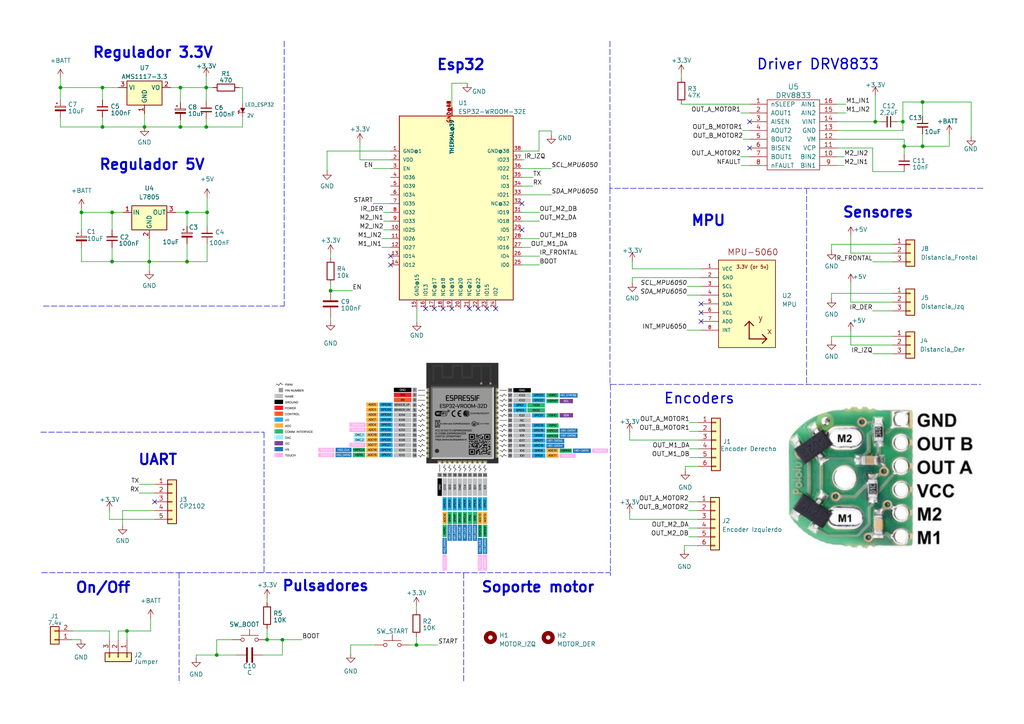
<source format=kicad_sch>
(kicad_sch (version 20230121) (generator eeschema)
  (paper "A4")
  (lib_symbols
    (symbol "+BATT_1" (power) (pin_names (offset 0))
      (property "Value" "+BATT_1" (at 0 3.556 0))
      (symbol "+BATT_1_0_1"
        (polyline (pts (xy -0.762 1.27) (xy 0 2.54)))
        (polyline (pts (xy 0 0) (xy 0 2.54)))
        (polyline (pts (xy 0 2.54) (xy 0.762 1.27)))
      )
      (symbol "+BATT_1_1_1"
        (pin power_in line (at 0 0 90) (length 0) hide (name "+BATT") (number "1"))
      )
    )
    (symbol "Connector_Generic:Conn_01x02" (pin_names (offset 1.016) hide)
      (property "Reference" "J" (at 0 2.54 0))
      (property "Value" "Conn_01x02" (at 0 -5.08 0))
      (symbol "Conn_01x02_1_1"
        (rectangle (start -1.27 -2.413) (end 0 -2.667) (stroke (width 0.1524)))
        (rectangle (start -1.27 0.127) (end 0 -0.127) (stroke (width 0.1524)))
        (rectangle (start -1.27 1.27) (end 1.27 -3.81) (stroke (width 0.254)) (fill (type background)))
        (pin passive line (at -5.08 0 0) (length 3.81) (name "Pin_1") (number "1"))
        (pin passive line (at -5.08 -2.54 0) (length 3.81) (name "Pin_2") (number "2"))
      )
    )
    (symbol "Connector_Generic:Conn_01x03" (pin_names (offset 1.016) hide)
      (property "Reference" "J" (at 0 5.08 0))
      (property "Value" "Conn_01x03" (at 0 -5.08 0))
      (symbol "Conn_01x03_1_1"
        (rectangle (start -1.27 -2.413) (end 0 -2.667) (stroke (width 0.1524)))
        (rectangle (start -1.27 0.127) (end 0 -0.127) (stroke (width 0.1524)))
        (rectangle (start -1.27 2.667) (end 0 2.413) (stroke (width 0.1524)))
        (rectangle (start -1.27 3.81) (end 1.27 -3.81) (stroke (width 0.254)) (fill (type background)))
        (pin passive line (at -5.08 2.54 0) (length 3.81) (name "Pin_1") (number "1"))
        (pin passive line (at -5.08 0 0) (length 3.81) (name "Pin_2") (number "2"))
        (pin passive line (at -5.08 -2.54 0) (length 3.81) (name "Pin_3") (number "3"))
      )
    )
    (symbol "Connector_Generic:Conn_01x05" (pin_names (offset 1.016) hide)
      (property "Reference" "J" (at 0 7.62 0))
      (property "Value" "Conn_01x05" (at 0 -7.62 0))
      (symbol "Conn_01x05_1_1"
        (rectangle (start -1.27 -4.953) (end 0 -5.207) (stroke (width 0.1524)))
        (rectangle (start -1.27 -2.413) (end 0 -2.667) (stroke (width 0.1524)))
        (rectangle (start -1.27 0.127) (end 0 -0.127) (stroke (width 0.1524)))
        (rectangle (start -1.27 2.667) (end 0 2.413) (stroke (width 0.1524)))
        (rectangle (start -1.27 5.207) (end 0 4.953) (stroke (width 0.1524)))
        (rectangle (start -1.27 6.35) (end 1.27 -6.35) (stroke (width 0.254)) (fill (type background)))
        (pin passive line (at -5.08 5.08 0) (length 3.81) (name "Pin_1") (number "1"))
        (pin passive line (at -5.08 2.54 0) (length 3.81) (name "Pin_2") (number "2"))
        (pin passive line (at -5.08 0 0) (length 3.81) (name "Pin_3") (number "3"))
        (pin passive line (at -5.08 -2.54 0) (length 3.81) (name "Pin_4") (number "4"))
        (pin passive line (at -5.08 -5.08 0) (length 3.81) (name "Pin_5") (number "5"))
      )
    )
    (symbol "Device:C" (pin_numbers hide) (pin_names (offset 0.254))
      (property "Reference" "C" (at 0.635 2.54 0))
      (property "Value" "C" (at 0.635 -2.54 0))
      (symbol "C_0_1"
        (polyline (pts (xy -2.032 -0.762) (xy 2.032 -0.762)) (stroke (width 0.508)))
        (polyline (pts (xy -2.032 0.762) (xy 2.032 0.762)) (stroke (width 0.508)))
      )
      (symbol "C_1_1"
        (pin passive line (at 0 3.81 270) (length 2.794) (name "~") (number "1"))
        (pin passive line (at 0 -3.81 90) (length 2.794) (name "~") (number "2"))
      )
    )
    (symbol "Device:C_Polarized_Small" (pin_numbers hide) (pin_names (offset 0.254) hide)
      (property "Reference" "C" (at 0.254 1.778 0))
      (property "Value" "C_Polarized_Small" (at 0.254 -2.032 0))
      (symbol "C_Polarized_Small_0_1"
        (rectangle (start -1.524 -0.3048) (end 1.524 -0.6858) (fill (type outline)))
        (rectangle (start -1.524 0.6858) (end 1.524 0.3048))
        (polyline (pts (xy -1.27 1.524) (xy -0.762 1.524)))
        (polyline (pts (xy -1.016 1.27) (xy -1.016 1.778)))
      )
      (symbol "C_Polarized_Small_1_1"
        (pin passive line (at 0 2.54 270) (length 1.8542) (name "~") (number "1"))
        (pin passive line (at 0 -2.54 90) (length 1.8542) (name "~") (number "2"))
      )
    )
    (symbol "Device:C_Small" (pin_numbers hide) (pin_names (offset 0.254) hide)
      (property "Reference" "C" (at 0.254 1.778 0))
      (property "Value" "C_Small" (at 0.254 -2.032 0))
      (symbol "C_Small_0_1"
        (polyline (pts (xy -1.524 -0.508) (xy 1.524 -0.508)) (stroke (width 0.3302)))
        (polyline (pts (xy -1.524 0.508) (xy 1.524 0.508)) (stroke (width 0.3048)))
      )
      (symbol "C_Small_1_1"
        (pin passive line (at 0 2.54 270) (length 2.032) (name "~") (number "1"))
        (pin passive line (at 0 -2.54 90) (length 2.032) (name "~") (number "2"))
      )
    )
    (symbol "Device:R" (pin_numbers hide) (pin_names (offset 0))
      (property "Reference" "R" (at 2.032 0 90))
      (property "Value" "R" (at 0 0 90))
      (symbol "R_0_1"
        (rectangle (start -1.016 -2.54) (end 1.016 2.54) (stroke (width 0.254)))
      )
      (symbol "R_1_1"
        (pin passive line (at 0 3.81 270) (length 1.27) (name "~") (number "1"))
        (pin passive line (at 0 -3.81 90) (length 1.27) (name "~") (number "2"))
      )
    )
    (symbol "EESTN5:Conn_01x06" (pin_names (offset 1.016) hide)
      (property "Reference" "J" (at 0 7.62 0))
      (property "Value" "Conn_01x06" (at 0 -10.16 0))
      (symbol "Conn_01x06_1_1"
        (rectangle (start -1.27 -7.493) (end 0 -7.747) (stroke (width 0.1524)))
        (rectangle (start -1.27 -4.953) (end 0 -5.207) (stroke (width 0.1524)))
        (rectangle (start -1.27 -2.413) (end 0 -2.667) (stroke (width 0.1524)))
        (rectangle (start -1.27 0.127) (end 0 -0.127) (stroke (width 0.1524)))
        (rectangle (start -1.27 2.667) (end 0 2.413) (stroke (width 0.1524)))
        (rectangle (start -1.27 5.207) (end 0 4.953) (stroke (width 0.1524)))
        (rectangle (start -1.27 6.35) (end 1.27 -8.89) (stroke (width 0.254)) (fill (type background)))
        (pin passive line (at -5.08 5.08 0) (length 3.81) (name "Pin_1") (number "1"))
        (pin passive line (at -5.08 2.54 0) (length 3.81) (name "Pin_2") (number "2"))
        (pin passive line (at -5.08 0 0) (length 3.81) (name "Pin_3") (number "3"))
        (pin passive line (at -5.08 -2.54 0) (length 3.81) (name "Pin_4") (number "4"))
        (pin passive line (at -5.08 -5.08 0) (length 3.81) (name "Pin_5") (number "5"))
        (pin passive line (at -5.08 -7.62 0) (length 3.81) (name "Pin_6") (number "6"))
      )
    )
    (symbol "EESTN5:DRV8833" (pin_names (offset 1.016))
      (property "Reference" "U" (at 0 11.43 0))
      (property "Value" "DRV8833" (at 0 -12.7 0))
      (symbol "DRV8833_0_1"
        (rectangle (start -7.62 10.16) (end 7.62 -10.16))
      )
      (symbol "DRV8833_1_1"
        (pin passive line (at -12.7 8.89 0) (length 5.08) (name "nSLEEP") (number "1"))
        (pin passive line (at 12.7 -6.35 180) (length 5.08) (name "BIN2") (number "10"))
        (pin passive line (at 12.7 -3.81 180) (length 5.08) (name "VCP") (number "11"))
        (pin passive line (at 12.7 -1.27 180) (length 5.08) (name "VM") (number "12"))
        (pin passive line (at 12.7 1.27 180) (length 5.08) (name "GND") (number "13"))
        (pin passive line (at 12.7 3.81 180) (length 5.08) (name "VINT") (number "14"))
        (pin passive line (at 12.7 6.35 180) (length 5.08) (name "AIN2") (number "15"))
        (pin passive line (at 12.7 8.89 180) (length 5.08) (name "AIN1") (number "16"))
        (pin passive line (at -12.7 6.35 0) (length 5.08) (name "AOUT1") (number "2"))
        (pin passive line (at -12.7 3.81 0) (length 5.08) (name "AISEN") (number "3"))
        (pin passive line (at -12.7 1.27 0) (length 5.08) (name "AOUT2") (number "4"))
        (pin passive line (at -12.7 -1.27 0) (length 5.08) (name "BOUT2") (number "5"))
        (pin passive line (at -12.7 -3.81 0) (length 5.08) (name "BISEN") (number "6"))
        (pin passive line (at -12.7 -6.35 0) (length 5.08) (name "BOUT1") (number "7"))
        (pin passive line (at -12.7 -8.89 0) (length 5.08) (name "nFAULT") (number "8"))
        (pin passive line (at 12.7 -8.89 180) (length 5.08) (name "BIN1") (number "9"))
      )
    )
    (symbol "EESTN5:LED" (pin_numbers hide) (pin_names (offset 1.016) hide)
      (property "Reference" "LED" (at 0 2.54 0))
      (property "Value" "LED" (at 0 -2.54 0))
      (symbol "LED_0_1"
        (polyline (pts (xy 0.508 -0.762) (xy 1.016 -1.27) (xy 1.016 -1.27)))
        (polyline (pts (xy 1.016 -0.762) (xy 1.524 -1.27) (xy 1.524 -1.27)))
        (polyline (pts (xy 1.27 -0.635) (xy 1.27 0.635) (xy 1.27 0.635)))
        (polyline (pts (xy 1.27 0) (xy 0 0.635) (xy 0 -0.635) (xy 0 -0.635)) (fill (type outline)))
        (polyline (pts (xy 1.524 -1.27) (xy 1.27 -1.27) (xy 1.524 -1.016) (xy 1.524 -1.27) (xy 1.524 -1.27)) (fill (type outline)))
        (polyline (pts (xy 1.016 -1.27) (xy 0.762 -1.27) (xy 1.016 -1.016) (xy 1.016 -1.27) (xy 1.016 -1.27) (xy 1.016 -1.27)) (fill (type outline)))
      )
      (symbol "LED_1_1"
        (pin passive line (at -1.27 0 0) (length 1.27) (name "A") (number "1"))
        (pin passive line (at 2.54 0 180) (length 1.27) (name "K") (number "2"))
      )
    )
    (symbol "EESTN5:SW_Push" (pin_numbers hide) (pin_names (offset 1.016) hide)
      (property "Reference" "SW" (at 1.27 2.54 0))
      (symbol "SW_Push_0_1"
        (circle (center -2.032 0) (radius 0.508))
        (polyline (pts (xy 0 1.27) (xy 0 3.048)))
        (polyline (pts (xy 2.54 1.27) (xy -2.54 1.27)))
        (circle (center 2.032 0) (radius 0.508))
        (pin passive line (at -5.08 0 0) (length 2.54) (name "1") (number "1"))
        (pin passive line (at 5.08 0 180) (length 2.54) (name "2") (number "2"))
      )
    )
    (symbol "ESP32-WROOM-32E:ESP32-WROOM-32E" (pin_names (offset 1.016))
      (property "Reference" "U" (at -17.78 30.48 0))
      (property "Value" "ESP32-WROOM-32E" (at -17.78 -38.1 0))
      (symbol "ESP32-WROOM-32E_0_0"
        (rectangle (start -15.24 -30.48) (end 17.78 22.86) (stroke (width 0.254)) (fill (type background)))
        (pin bidirectional line (at -17.78 12.7 0) (length 2.54) (name "GND@1") (number "1"))
        (pin bidirectional line (at -17.78 -10.16 0) (length 2.54) (name "IO25") (number "10"))
        (pin bidirectional line (at -17.78 -12.7 0) (length 2.54) (name "IO26") (number "11"))
        (pin bidirectional line (at -17.78 -15.24 0) (length 2.54) (name "IO27") (number "12"))
        (pin bidirectional line (at -17.78 -17.78 0) (length 2.54) (name "IO14") (number "13"))
        (pin bidirectional line (at -17.78 -20.32 0) (length 2.54) (name "IO12") (number "14"))
        (pin bidirectional line (at -10.16 -33.02 90) (length 2.54) (name "GND@15") (number "15"))
        (pin bidirectional line (at -7.62 -33.02 90) (length 2.54) (name "IO13") (number "16"))
        (pin bidirectional line (at -5.08 -33.02 90) (length 2.54) (name "NC@17") (number "17"))
        (pin bidirectional line (at -2.54 -33.02 90) (length 2.54) (name "NC@18") (number "18"))
        (pin bidirectional line (at 0 -33.02 90) (length 2.54) (name "NC@19") (number "19"))
        (pin bidirectional line (at -17.78 10.16 0) (length 2.54) (name "VDD") (number "2"))
        (pin bidirectional line (at 2.54 -33.02 90) (length 2.54) (name "NC@20") (number "20"))
        (pin bidirectional line (at 5.08 -33.02 90) (length 2.54) (name "NC@21") (number "21"))
        (pin bidirectional line (at 7.62 -33.02 90) (length 2.54) (name "NC@22") (number "22"))
        (pin bidirectional line (at 10.16 -33.02 90) (length 2.54) (name "IO15") (number "23"))
        (pin bidirectional line (at 12.7 -33.02 90) (length 2.54) (name "IO2") (number "24"))
        (pin bidirectional line (at 20.32 -20.32 180) (length 2.54) (name "IO0") (number "25"))
        (pin bidirectional line (at 20.32 -17.78 180) (length 2.54) (name "IO4") (number "26"))
        (pin bidirectional line (at 20.32 -15.24 180) (length 2.54) (name "IO16") (number "27"))
        (pin bidirectional line (at 20.32 -12.7 180) (length 2.54) (name "IO17") (number "28"))
        (pin bidirectional line (at 20.32 -10.16 180) (length 2.54) (name "IO5") (number "29"))
        (pin bidirectional line (at -17.78 7.62 0) (length 2.54) (name "EN") (number "3"))
        (pin bidirectional line (at 20.32 -7.62 180) (length 2.54) (name "IO18") (number "30"))
        (pin bidirectional line (at 20.32 -5.08 180) (length 2.54) (name "IO19") (number "31"))
        (pin bidirectional line (at 20.32 -2.54 180) (length 2.54) (name "NC@32") (number "32"))
        (pin bidirectional line (at 20.32 0 180) (length 2.54) (name "IO21") (number "33"))
        (pin bidirectional line (at 20.32 2.54 180) (length 2.54) (name "IO3") (number "34"))
        (pin bidirectional line (at 20.32 5.08 180) (length 2.54) (name "IO1") (number "35"))
        (pin bidirectional line (at 20.32 7.62 180) (length 2.54) (name "IO22") (number "36"))
        (pin bidirectional line (at 20.32 10.16 180) (length 2.54) (name "IO23") (number "37"))
        (pin bidirectional line (at 20.32 12.7 180) (length 2.54) (name "GND@38") (number "38"))
        (pin bidirectional line (at -17.78 5.08 0) (length 2.54) (name "IO36") (number "4"))
        (pin bidirectional line (at -17.78 2.54 0) (length 2.54) (name "IO39") (number "5"))
        (pin bidirectional line (at -17.78 0 0) (length 2.54) (name "IO34") (number "6"))
        (pin bidirectional line (at -17.78 -2.54 0) (length 2.54) (name "IO35") (number "7"))
        (pin bidirectional line (at -17.78 -5.08 0) (length 2.54) (name "IO32") (number "8"))
        (pin bidirectional line (at -17.78 -7.62 0) (length 2.54) (name "IO33") (number "9"))
        (pin bidirectional line (at 0 25.4 270) (length 2.54) (name "THERMAL@39") (number "GND@39"))
        (pin bidirectional line (at 0 25.4 270) (length 2.54) (name "THERMAL@39") (number "GND@40"))
        (pin bidirectional line (at 0 25.4 270) (length 2.54) (name "THERMAL@39") (number "GND@41"))
        (pin bidirectional line (at 0 25.4 270) (length 2.54) (name "THERMAL@39") (number "GND@42"))
        (pin bidirectional line (at 0 25.4 270) (length 2.54) (name "THERMAL@39") (number "GND@43"))
        (pin bidirectional line (at 0 25.4 270) (length 2.54) (name "THERMAL@39") (number "GND@44"))
        (pin bidirectional line (at 0 25.4 270) (length 2.54) (name "THERMAL@39") (number "GND@45"))
        (pin bidirectional line (at 0 25.4 270) (length 2.54) (name "THERMAL@39") (number "GND@46"))
        (pin bidirectional line (at 0 25.4 270) (length 2.54) (name "THERMAL@39") (number "GND@47"))
      )
    )
    (symbol "GND_1" (power) (pin_names (offset 0))
      (property "Value" "GND_1" (at 0 -3.81 0))
      (symbol "GND_1_0_1"
        (polyline (pts (xy 0 0) (xy 0 -1.27) (xy 1.27 -1.27) (xy 0 -2.54) (xy -1.27 -1.27) (xy 0 -1.27)))
      )
      (symbol "GND_1_1_1"
        (pin power_in line (at 0 0 270) (length 0) hide (name "GND") (number "1"))
      )
    )
    (symbol "GND_2" (power) (pin_names (offset 0))
      (property "Value" "GND_2" (at 0 -3.81 0))
      (symbol "GND_2_0_1"
        (polyline (pts (xy 0 0) (xy 0 -1.27) (xy 1.27 -1.27) (xy 0 -2.54) (xy -1.27 -1.27) (xy 0 -1.27)))
      )
      (symbol "GND_2_1_1"
        (pin power_in line (at 0 0 270) (length 0) hide (name "GND") (number "1"))
      )
    )
    (symbol "GND_3" (power) (pin_names (offset 0))
      (property "Value" "GND_3" (at 0 -3.81 0))
      (symbol "GND_3_0_1"
        (polyline (pts (xy 0 0) (xy 0 -1.27) (xy 1.27 -1.27) (xy 0 -2.54) (xy -1.27 -1.27) (xy 0 -1.27)))
      )
      (symbol "GND_3_1_1"
        (pin power_in line (at 0 0 270) (length 0) hide (name "GND") (number "1"))
      )
    )
    (symbol "GND_4" (power) (pin_names (offset 0))
      (property "Value" "GND_4" (at 0 -3.81 0))
      (symbol "GND_4_0_1"
        (polyline (pts (xy 0 0) (xy 0 -1.27) (xy 1.27 -1.27) (xy 0 -2.54) (xy -1.27 -1.27) (xy 0 -1.27)))
      )
      (symbol "GND_4_1_1"
        (pin power_in line (at 0 0 270) (length 0) hide (name "GND") (number "1"))
      )
    )
    (symbol "GND_5" (power) (pin_names (offset 0))
      (property "Value" "GND_5" (at 0 -3.81 0))
      (symbol "GND_5_0_1"
        (polyline (pts (xy 0 0) (xy 0 -1.27) (xy 1.27 -1.27) (xy 0 -2.54) (xy -1.27 -1.27) (xy 0 -1.27)))
      )
      (symbol "GND_5_1_1"
        (pin power_in line (at 0 0 270) (length 0) hide (name "GND") (number "1"))
      )
    )
    (symbol "GND_6" (power) (pin_names (offset 0))
      (property "Value" "GND_6" (at 0 -3.81 0))
      (symbol "GND_6_0_1"
        (polyline (pts (xy 0 0) (xy 0 -1.27) (xy 1.27 -1.27) (xy 0 -2.54) (xy -1.27 -1.27) (xy 0 -1.27)))
      )
      (symbol "GND_6_1_1"
        (pin power_in line (at 0 0 270) (length 0) hide (name "GND") (number "1"))
      )
    )
    (symbol "GND_7" (power) (pin_names (offset 0))
      (property "Value" "GND_7" (at 0 -3.81 0))
      (symbol "GND_7_0_1"
        (polyline (pts (xy 0 0) (xy 0 -1.27) (xy 1.27 -1.27) (xy 0 -2.54) (xy -1.27 -1.27) (xy 0 -1.27)))
      )
      (symbol "GND_7_1_1"
        (pin power_in line (at 0 0 270) (length 0) hide (name "GND") (number "1"))
      )
    )
    (symbol "GND_8" (power) (pin_names (offset 0))
      (property "Value" "GND_8" (at 0 -3.81 0))
      (symbol "GND_8_0_1"
        (polyline (pts (xy 0 0) (xy 0 -1.27) (xy 1.27 -1.27) (xy 0 -2.54) (xy -1.27 -1.27) (xy 0 -1.27)))
      )
      (symbol "GND_8_1_1"
        (pin power_in line (at 0 0 270) (length 0) hide (name "GND") (number "1"))
      )
    )
    (symbol "GND_9" (power) (pin_names (offset 0))
      (property "Value" "GND_9" (at 0 -3.81 0))
      (symbol "GND_9_0_1"
        (polyline (pts (xy 0 0) (xy 0 -1.27) (xy 1.27 -1.27) (xy 0 -2.54) (xy -1.27 -1.27) (xy 0 -1.27)))
      )
      (symbol "GND_9_1_1"
        (pin power_in line (at 0 0 270) (length 0) hide (name "GND") (number "1"))
      )
    )
    (symbol "Librerias:MPU-5060" (pin_names (offset 1.016))
      (property "Reference" "U1" (at 9.525 1.905 0))
      (property "Value" "GY-521" (at 9.525 0 0))
      (symbol "MPU-5060_0_0"
        (polyline (pts (xy 0.635 -11.43) (xy 0.635 -6.35)) (stroke (width 0.3048)))
        (polyline (pts (xy 0.635 -11.43) (xy 5.715 -11.43)) (stroke (width 0.3048)))
        (polyline (pts (xy 0.635 -6.35) (xy -0.635 -7.62)) (stroke (width 0.3048)))
        (polyline (pts (xy 0.635 -6.35) (xy 1.905 -7.62)) (stroke (width 0.3048)))
        (polyline (pts (xy 5.715 -11.43) (xy 4.445 -12.7)) (stroke (width 0.3048)))
        (polyline (pts (xy 5.715 -11.43) (xy 4.445 -10.16)) (stroke (width 0.3048)))
        (text "x" (at 5.715 -10.16 0) (effects (font (size 1.778 1.778)) (justify left bottom)))
        (text "y" (at 3.175 -6.35 0) (effects (font (size 1.778 1.778)) (justify left bottom)))
      )
      (symbol "MPU-5060_1_0"
        (rectangle (start -8.255 11.43) (end 8.255 -13.97) (stroke (width 0.2)) (fill (type background)))
        (text "3.3V (or 5v)" (at -3.175 8.89 0) (effects (font (size 1 1)) (justify left bottom)))
        (text "MPU-5060\n" (at -5.715 12.7 0) (effects (font (size 1.778 1.778)) (justify left bottom)))
        (pin bidirectional line (at -13.335 8.89 0) (length 5.08) (name "VCC") (number "1"))
        (pin bidirectional line (at -13.335 6.35 0) (length 5.08) (name "GND") (number "2"))
        (pin bidirectional line (at -13.335 3.81 0) (length 5.08) (name "SCL") (number "3"))
        (pin bidirectional line (at -13.335 1.27 0) (length 5.08) (name "SDA") (number "4"))
        (pin bidirectional line (at -13.335 -1.27 0) (length 5.08) (name "XDA") (number "5"))
        (pin bidirectional line (at -13.335 -3.81 0) (length 5.08) (name "XCL") (number "6"))
        (pin bidirectional line (at -13.335 -6.35 0) (length 5.08) (name "ADO") (number "7"))
        (pin bidirectional line (at -13.335 -8.89 0) (length 5.08) (name "INT") (number "8"))
      )
    )
    (symbol "Mechanical:MountingHole" (pin_names (offset 1.016))
      (property "Reference" "H" (at 0 5.08 0))
      (property "Value" "MountingHole" (at 0 3.175 0))
      (symbol "MountingHole_0_1"
        (circle (center 0 0) (radius 1.27) (stroke (width 1.27)))
      )
    )
    (symbol "Regulator_Linear:AMS1117-3.3"
      (property "Reference" "U" (at -3.81 3.175 0))
      (property "Value" "AMS1117-3.3" (at 0 3.175 0))
      (symbol "AMS1117-3.3_0_1"
        (rectangle (start -5.08 -5.08) (end 5.08 1.905) (stroke (width 0.254)) (fill (type background)))
      )
      (symbol "AMS1117-3.3_1_1"
        (pin power_in line (at 0 -7.62 90) (length 2.54) (name "GND") (number "1"))
        (pin power_out line (at 7.62 0 180) (length 2.54) (name "VO") (number "2"))
        (pin power_in line (at -7.62 0 0) (length 2.54) (name "VI") (number "3"))
      )
    )
    (symbol "Regulator_Linear:L7805" (pin_names (offset 0.254))
      (property "Reference" "U" (at -3.81 3.175 0))
      (property "Value" "L7805" (at 0 3.175 0))
      (symbol "L7805_0_1"
        (rectangle (start -5.08 1.905) (end 5.08 -5.08) (stroke (width 0.254)) (fill (type background)))
      )
      (symbol "L7805_1_1"
        (pin power_in line (at -7.62 0 0) (length 2.54) (name "IN") (number "1"))
        (pin power_in line (at 0 -7.62 90) (length 2.54) (name "GND") (number "2"))
        (pin power_out line (at 7.62 0 180) (length 2.54) (name "OUT") (number "3"))
      )
    )
    (symbol "power:+3.3V" (power) (pin_names (offset 0))
      (property "Value" "+3.3V" (at 0 3.556 0))
      (symbol "+3.3V_0_1"
        (polyline (pts (xy -0.762 1.27) (xy 0 2.54)))
        (polyline (pts (xy 0 0) (xy 0 2.54)))
        (polyline (pts (xy 0 2.54) (xy 0.762 1.27)))
      )
      (symbol "+3.3V_1_1"
        (pin power_in line (at 0 0 90) (length 0) hide (name "+3.3V") (number "1"))
      )
    )
    (symbol "power:+5V" (power) (pin_names (offset 0))
      (property "Value" "+5V" (at 0 3.556 0))
      (symbol "+5V_0_1"
        (polyline (pts (xy -0.762 1.27) (xy 0 2.54)))
        (polyline (pts (xy 0 0) (xy 0 2.54)))
        (polyline (pts (xy 0 2.54) (xy 0.762 1.27)))
      )
      (symbol "+5V_1_1"
        (pin power_in line (at 0 0 90) (length 0) hide (name "+5V") (number "1"))
      )
    )
    (symbol "power:+BATT" (power) (pin_names (offset 0))
      (property "Value" "+BATT" (at 0 3.556 0))
      (symbol "+BATT_0_1"
        (polyline (pts (xy -0.762 1.27) (xy 0 2.54)))
        (polyline (pts (xy 0 0) (xy 0 2.54)))
        (polyline (pts (xy 0 2.54) (xy 0.762 1.27)))
      )
      (symbol "+BATT_1_1"
        (pin power_in line (at 0 0 90) (length 0) hide (name "+BATT") (number "1"))
      )
    )
    (symbol "power:GND" (power) (pin_names (offset 0))
      (property "Value" "GND" (at 0 -3.81 0))
      (symbol "GND_0_1"
        (polyline (pts (xy 0 0) (xy 0 -1.27) (xy 1.27 -1.27) (xy 0 -2.54) (xy -1.27 -1.27) (xy 0 -1.27)))
      )
      (symbol "GND_1_1"
        (pin power_in line (at 0 0 270) (length 0) hide (name "GND") (number "1"))
      )
    )
  )
  (junction (at 54.2544 75.8952))
  (junction (at 29.718 25.4))
  (junction (at 62.865 189.992))
  (junction (at 32.512 75.8698))
  (junction (at 60.071 61.595))
  (junction (at 267.589 29.591))
  (junction (at 32.512 61.595))
  (junction (at 59.817 36.83))
  (junction (at 52.324 25.4))
  (junction (at 59.817 25.4))
  (junction (at 54.2544 61.595))
  (junction (at 81.915 185.547))
  (junction (at 36.83 183.007))
  (junction (at 52.324 36.83))
  (junction (at 43.307 75.8952))
  (junction (at 267.589 42.418))
  (junction (at 262.255 42.418))
  (junction (at 29.718 36.83))
  (junction (at 95.885 84.328))
  (junction (at 41.91 36.83))
  (junction (at 17.526 25.4))
  (junction (at 253.873 35.306))
  (junction (at 120.777 187.071))
  (junction (at 77.47 185.547))
  (junction (at 23.622 61.595))
  (junction (at 261.874 35.306))
  (no_connect (at 151.384 66.675))
  (no_connect (at 136.144 89.535))
  (no_connect (at 143.764 89.535))
  (no_connect (at 113.284 74.295))
  (no_connect (at 113.284 76.835))
  (no_connect (at 203.327 90.678))
  (no_connect (at 203.327 88.138))
  (no_connect (at 131.064 89.535))
  (no_connect (at 44.831 145.542))
  (no_connect (at 123.444 89.535))
  (no_connect (at 138.684 89.535))
  (no_connect (at 141.224 89.535))
  (no_connect (at 203.327 93.218))
  (no_connect (at 128.524 89.535))
  (no_connect (at 151.384 59.055))
  (no_connect (at 217.424 35.306))
  (no_connect (at 125.984 89.535))
  (no_connect (at 217.424 42.926))
  (wire (pts (xy 200.025 130.175) (xy 202.565 130.175)))
  (wire (pts (xy 43.307 78.4098) (xy 43.307 75.8952)))
  (wire (pts (xy 159.893 48.895) (xy 151.384 48.895)))
  (wire (pts (xy 199.263 85.598) (xy 203.327 85.598)))
  (wire (pts (xy 60.071 70.739) (xy 60.071 75.8952)))
  (wire (pts (xy 17.526 25.4) (xy 17.526 28.956)))
  (wire (pts (xy 59.817 22.352) (xy 59.817 25.4)))
  (wire (pts (xy 17.526 25.4) (xy 29.718 25.4)))
  (wire (pts (xy 154.559 51.435) (xy 151.384 51.435)))
  (wire (pts (xy 54.2544 75.8952) (xy 60.071 75.8952)))
  (wire (pts (xy 253.111 90.17) (xy 258.953 90.17)))
  (wire (pts (xy 253.111 102.616) (xy 258.953 102.616)))
  (wire (pts (xy 182.626 150.622) (xy 202.311 150.622)))
  (wire (pts (xy 151.384 56.515) (xy 159.893 56.515)))
  (wire (pts (xy 32.512 71.755) (xy 32.512 75.8698)))
  (wire (pts (xy 104.394 46.355) (xy 113.284 46.355)))
  (wire (pts (xy 95.885 84.328) (xy 102.235 84.328)))
  (wire (pts (xy 241.173 70.866) (xy 241.173 72.644)))
  (wire (pts (xy 113.284 59.055) (xy 108.204 59.055)))
  (wire (pts (xy 182.626 148.844) (xy 182.626 150.622)))
  (wire (pts (xy 32.512 75.8698) (xy 32.512 75.8952)))
  (wire (pts (xy 199.771 148.082) (xy 202.311 148.082)))
  (wire (pts (xy 32.512 61.595) (xy 32.512 66.675)))
  (wire (pts (xy 59.817 25.4) (xy 61.722 25.4)))
  (wire (pts (xy 242.824 42.926) (xy 253.111 42.926)))
  (wire (pts (xy 242.824 35.306) (xy 253.873 35.306)))
  (polyline (pts (xy 233.934 54.61) (xy 233.934 111.506)) (stroke (width 0) (type dash)))
  (wire (pts (xy 31.75 148.082) (xy 31.75 150.622)))
  (wire (pts (xy 113.284 71.755) (xy 110.744 71.755)))
  (polyline (pts (xy 229.108 111.506) (xy 284.48 111.506)) (stroke (width 0) (type dash)))
  (polyline (pts (xy 134.493 166.116) (xy 177.038 166.116)) (stroke (width 0) (type dash)))
  (wire (pts (xy 120.777 175.768) (xy 120.777 177.038)))
  (wire (pts (xy 267.589 42.418) (xy 262.255 42.418)))
  (wire (pts (xy 183.388 80.518) (xy 183.388 82.042)))
  (wire (pts (xy 253.873 27.813) (xy 253.873 35.306)))
  (wire (pts (xy 246.761 100.076) (xy 258.953 100.076)))
  (wire (pts (xy 131.064 24.13) (xy 135.509 24.13)))
  (wire (pts (xy 151.384 74.295) (xy 156.464 74.295)))
  (wire (pts (xy 111.252 61.595) (xy 113.284 61.595)))
  (wire (pts (xy 198.501 158.242) (xy 202.311 158.242)))
  (wire (pts (xy 198.755 136.525) (xy 198.755 135.255)))
  (wire (pts (xy 31.75 150.622) (xy 44.831 150.622)))
  (wire (pts (xy 111.252 66.675) (xy 113.284 66.675)))
  (wire (pts (xy 156.337 37.973) (xy 159.893 37.973)))
  (wire (pts (xy 43.307 69.215) (xy 43.307 75.8952)))
  (wire (pts (xy 43.307 75.8952) (xy 54.2544 75.8952)))
  (wire (pts (xy 182.626 127.635) (xy 202.565 127.635)))
  (wire (pts (xy 60.071 57.3024) (xy 60.071 61.595)))
  (polyline (pts (xy 233.934 111.506) (xy 234.061 111.506)))
  (wire (pts (xy 182.626 125.476) (xy 182.626 127.635)))
  (wire (pts (xy 203.327 77.978) (xy 183.388 77.978)))
  (wire (pts (xy 154.559 53.975) (xy 151.384 53.975)))
  (wire (pts (xy 59.817 34.417) (xy 59.817 36.83)))
  (wire (pts (xy 261.874 35.306) (xy 260.35 35.306)))
  (wire (pts (xy 113.284 69.215) (xy 110.744 69.215)))
  (wire (pts (xy 52.324 34.798) (xy 52.324 36.83)))
  (wire (pts (xy 62.865 185.547) (xy 62.865 189.992)))
  (wire (pts (xy 281.686 29.591) (xy 281.686 39.624)))
  (polyline (pts (xy 176.911 54.61) (xy 176.911 111.506)) (stroke (width 0) (type dash)))
  (wire (pts (xy 262.255 40.386) (xy 262.255 42.418)))
  (wire (pts (xy 183.388 80.518) (xy 203.327 80.518)))
  (wire (pts (xy 76.2 189.992) (xy 81.915 189.992)))
  (wire (pts (xy 200.025 132.715) (xy 202.565 132.715)))
  (wire (pts (xy 23.622 71.755) (xy 23.622 75.8698)))
  (wire (pts (xy 215.392 37.846) (xy 217.424 37.846)))
  (wire (pts (xy 253.111 75.946) (xy 258.953 75.946)))
  (wire (pts (xy 242.824 40.386) (xy 262.255 40.386)))
  (wire (pts (xy 52.324 25.4) (xy 59.817 25.4)))
  (wire (pts (xy 242.824 30.226) (xy 245.364 30.226)))
  (wire (pts (xy 246.761 87.63) (xy 258.953 87.63)))
  (wire (pts (xy 81.915 189.992) (xy 81.915 185.547)))
  (wire (pts (xy 183.388 75.819) (xy 183.388 77.978)))
  (wire (pts (xy 242.824 32.766) (xy 245.364 32.766)))
  (wire (pts (xy 199.771 145.542) (xy 202.311 145.542)))
  (wire (pts (xy 35.56 148.082) (xy 35.56 152.4)))
  (wire (pts (xy 153.924 71.755) (xy 151.384 71.755)))
  (wire (pts (xy 242.824 37.846) (xy 261.874 37.846)))
  (polyline (pts (xy 134.493 166.116) (xy 134.493 197.866)) (stroke (width 0) (type dash)))
  (wire (pts (xy 111.252 64.135) (xy 113.284 64.135)))
  (wire (pts (xy 267.589 38.862) (xy 267.589 42.418)))
  (wire (pts (xy 151.384 43.815) (xy 156.337 43.815)))
  (wire (pts (xy 29.718 25.4) (xy 29.718 28.956)))
  (wire (pts (xy 131.064 31.115) (xy 131.064 24.13)))
  (wire (pts (xy 29.718 36.83) (xy 41.91 36.83)))
  (wire (pts (xy 275.336 42.418) (xy 267.589 42.418)))
  (wire (pts (xy 35.56 148.082) (xy 44.831 148.082)))
  (polyline (pts (xy 229.108 111.506) (xy 177.038 111.506)) (stroke (width 0) (type dash)))
  (wire (pts (xy 197.612 21.336) (xy 197.612 22.606)))
  (wire (pts (xy 215.519 40.386) (xy 217.424 40.386)))
  (wire (pts (xy 159.893 37.973) (xy 159.893 39.116)))
  (wire (pts (xy 151.384 64.135) (xy 156.464 64.135)))
  (wire (pts (xy 59.817 36.83) (xy 52.324 36.83)))
  (wire (pts (xy 70.358 33.909) (xy 70.358 36.83)))
  (wire (pts (xy 17.526 36.83) (xy 29.718 36.83)))
  (wire (pts (xy 258.953 73.406) (xy 246.761 73.406)))
  (wire (pts (xy 36.83 183.007) (xy 36.83 185.547)))
  (wire (pts (xy 81.915 185.547) (xy 87.63 185.547)))
  (wire (pts (xy 198.755 135.255) (xy 202.565 135.255)))
  (wire (pts (xy 56.896 189.992) (xy 56.896 190.881)))
  (wire (pts (xy 241.173 97.536) (xy 241.173 98.806)))
  (wire (pts (xy 101.727 187.071) (xy 101.727 189.611)))
  (wire (pts (xy 23.622 61.595) (xy 32.512 61.595)))
  (wire (pts (xy 50.927 61.595) (xy 54.2544 61.595)))
  (wire (pts (xy 151.384 46.355) (xy 152.019 46.355)))
  (wire (pts (xy 214.884 48.006) (xy 217.424 48.006)))
  (wire (pts (xy 29.718 25.4) (xy 34.29 25.4)))
  (wire (pts (xy 77.47 182.372) (xy 77.47 185.547)))
  (wire (pts (xy 258.953 70.866) (xy 241.173 70.866)))
  (wire (pts (xy 156.337 37.973) (xy 156.337 43.815)))
  (wire (pts (xy 32.512 61.595) (xy 35.687 61.595)))
  (wire (pts (xy 200.025 122.555) (xy 202.565 122.555)))
  (wire (pts (xy 59.817 25.4) (xy 59.817 29.337)))
  (wire (pts (xy 49.53 25.4) (xy 52.324 25.4)))
  (wire (pts (xy 104.394 41.275) (xy 104.394 46.355)))
  (wire (pts (xy 199.263 95.758) (xy 203.327 95.758)))
  (wire (pts (xy 95.885 82.423) (xy 95.885 84.328)))
  (wire (pts (xy 23.622 60.325) (xy 23.622 61.595)))
  (wire (pts (xy 200.025 125.095) (xy 202.565 125.095)))
  (wire (pts (xy 262.255 42.418) (xy 262.255 44.704)))
  (wire (pts (xy 267.589 29.591) (xy 267.589 33.782)))
  (wire (pts (xy 199.263 83.058) (xy 203.327 83.058)))
  (wire (pts (xy 34.29 183.007) (xy 36.83 183.007)))
  (wire (pts (xy 60.071 61.595) (xy 60.071 65.659)))
  (wire (pts (xy 244.856 45.466) (xy 242.824 45.466)))
  (polyline (pts (xy 177.038 167.005) (xy 177.038 166.243)))
  (wire (pts (xy 120.777 187.071) (xy 127 187.071)))
  (polyline (pts (xy 51.943 166.116) (xy 51.943 198.12)) (stroke (width 0) (type dash)))
  (wire (pts (xy 17.526 34.036) (xy 17.526 36.83)))
  (wire (pts (xy 32.512 75.8952) (xy 43.307 75.8952)))
  (wire (pts (xy 36.83 183.007) (xy 43.688 183.007)))
  (polyline (pts (xy 12.065 166.116) (xy 51.943 166.116)) (stroke (width 0) (type dash)))
  (wire (pts (xy 241.173 85.09) (xy 258.953 85.09)))
  (wire (pts (xy 156.464 61.595) (xy 151.384 61.595)))
  (wire (pts (xy 41.91 33.02) (xy 41.91 36.83)))
  (wire (pts (xy 246.761 68.326) (xy 246.761 73.406)))
  (wire (pts (xy 31.75 183.007) (xy 31.75 185.547)))
  (wire (pts (xy 56.896 189.992) (xy 62.865 189.992)))
  (polyline (pts (xy 51.943 166.116) (xy 134.493 166.116)) (stroke (width 0) (type dash)))
  (wire (pts (xy 261.874 37.846) (xy 261.874 35.306)))
  (wire (pts (xy 17.526 22.606) (xy 17.526 25.4)))
  (wire (pts (xy 261.874 35.306) (xy 261.874 29.591)))
  (wire (pts (xy 23.622 75.8698) (xy 32.512 75.8698)))
  (wire (pts (xy 52.324 25.4) (xy 52.324 29.718)))
  (polyline (pts (xy 285.115 54.61) (xy 176.911 54.61)) (stroke (width 0) (type dash)))
  (wire (pts (xy 77.47 173.482) (xy 77.47 174.752)))
  (polyline (pts (xy 11.811 125.349) (xy 76.581 125.349)) (stroke (width 0) (type dash)))
  (wire (pts (xy 77.47 185.547) (xy 81.915 185.547)))
  (wire (pts (xy 246.761 96.012) (xy 246.761 100.076)))
  (wire (pts (xy 70.358 25.4) (xy 70.358 30.099)))
  (wire (pts (xy 151.384 69.215) (xy 156.464 69.215)))
  (polyline (pts (xy 12.573 88.773) (xy 82.423 88.773)) (stroke (width 0) (type dash)))
  (wire (pts (xy 34.29 183.007) (xy 34.29 185.547)))
  (wire (pts (xy 275.336 38.862) (xy 275.336 42.418)))
  (polyline (pts (xy 176.911 11.938) (xy 176.911 54.61)) (stroke (width 0) (type dash)))
  (wire (pts (xy 94.869 43.815) (xy 113.284 43.815)))
  (wire (pts (xy 70.358 36.83) (xy 59.817 36.83)))
  (wire (pts (xy 23.622 66.675) (xy 23.622 61.595)))
  (wire (pts (xy 29.718 34.036) (xy 29.718 36.83)))
  (wire (pts (xy 253.111 49.784) (xy 262.255 49.784)))
  (wire (pts (xy 199.771 153.162) (xy 202.311 153.162)))
  (wire (pts (xy 108.712 187.071) (xy 101.727 187.071)))
  (wire (pts (xy 253.873 35.306) (xy 255.27 35.306)))
  (wire (pts (xy 199.771 155.702) (xy 202.311 155.702)))
  (wire (pts (xy 246.761 82.042) (xy 246.761 87.63)))
  (wire (pts (xy 54.2544 70.6882) (xy 54.2544 75.8952)))
  (wire (pts (xy 151.384 76.835) (xy 156.464 76.835)))
  (wire (pts (xy 214.884 45.466) (xy 217.424 45.466)))
  (polyline (pts (xy 176.911 111.506) (xy 177.038 111.506)))
  (wire (pts (xy 198.501 159.512) (xy 198.501 158.242)))
  (wire (pts (xy 120.777 184.658) (xy 120.777 187.071)))
  (wire (pts (xy 40.386 140.462) (xy 44.831 140.462)))
  (wire (pts (xy 20.955 183.007) (xy 31.75 183.007)))
  (wire (pts (xy 54.2544 61.595) (xy 54.2544 65.6082)))
  (wire (pts (xy 41.91 36.83) (xy 52.324 36.83)))
  (wire (pts (xy 67.31 185.547) (xy 62.865 185.547)))
  (wire (pts (xy 258.953 97.536) (xy 241.173 97.536)))
  (wire (pts (xy 94.869 43.815) (xy 94.869 49.53)))
  (polyline (pts (xy 76.581 125.349) (xy 76.581 165.989)) (stroke (width 0) (type dash)))
  (wire (pts (xy 267.589 29.591) (xy 281.686 29.591)))
  (wire (pts (xy 261.874 29.591) (xy 267.589 29.591)))
  (wire (pts (xy 20.955 185.547) (xy 23.495 185.547)))
  (wire (pts (xy 69.342 25.4) (xy 70.358 25.4)))
  (wire (pts (xy 118.872 187.071) (xy 120.777 187.071)))
  (polyline (pts (xy 177.038 111.506) (xy 177.038 165.862)) (stroke (width 0) (type dash)))
  (wire (pts (xy 95.885 73.533) (xy 95.885 74.803)))
  (wire (pts (xy 253.111 42.926) (xy 253.111 49.784)))
  (wire (pts (xy 62.865 189.992) (xy 68.58 189.992)))
  (wire (pts (xy 241.173 85.09) (xy 241.173 86.614)))
  (polyline (pts (xy 82.423 11.938) (xy 82.423 88.773)) (stroke (width 0) (type dash)))
  (wire (pts (xy 54.2544 61.595) (xy 60.071 61.595)))
  (wire (pts (xy 108.204 48.895) (xy 113.284 48.895)))
  (wire (pts (xy 214.884 32.766) (xy 217.424 32.766)))
  (wire (pts (xy 197.612 30.226) (xy 217.424 30.226)))
  (wire (pts (xy 95.885 91.948) (xy 95.885 93.218)))
  (wire (pts (xy 43.688 179.324) (xy 43.688 183.007)))
  (wire (pts (xy 244.856 48.006) (xy 242.824 48.006)))
  (wire (pts (xy 120.904 89.535) (xy 120.904 93.345)))
  (wire (pts (xy 40.386 143.002) (xy 44.831 143.002)))
  (image (at 128.016 135.382) (scale 0.460855))
  (image (at 255.016 138.43) (scale 2.62672))
  (text "Soporte motor" (at 139.446 172.212 0) (effects (font (size 3 3) (thickness 0.6) bold) (justify left bottom)))
  (text "On/Off" (at 21.717 172.339 0) (effects (font (size 3 3) bold) (justify left bottom)))
  (text "Regulador 3.3V\n" (at 26.67 17.145 0) (effects (font (size 3 3) (thickness 0.6) bold) (justify left bottom)))
  (text "Encoders\n" (at 192.405 117.475 0) (effects (font (size 3 3) (thickness 0.4) bold) (justify left bottom)))
  (text "MPU" (at 200.279 65.913 0) (effects (font (size 3 3) (thickness 0.6) bold) (justify left bottom)))
  (text "Driver DRV8833" (at 219.329 20.574 0) (effects (font (size 3 3) (thickness 0.4) bold) (justify left bottom)))
  (text "Esp32\n" (at 126.492 20.701 0) (effects (font (size 3 3) (thickness 0.6) bold) (justify left bottom)))
  (text "Regulador 5V" (at 28.575 49.657 0) (effects (font (size 3 3) (thickness 0.6) bold) (justify left bottom)))
  (text "UART\n" (at 39.878 135.255 0) (effects (font (size 3 3) (thickness 0.6) bold) (justify left bottom)))
  (text "Pulsadores" (at 81.661 171.831 0) (effects (font (size 3 3) bold) (justify left bottom)))
  (text "Sensores" (at 244.221 63.5 0) (effects (font (size 3 3) bold) (justify left bottom)))
  (label "OUT_M2_DB" (at 156.464 61.595 0))
  (label "OUT_M1_DA" (at 200.025 130.175 180))
  (label "BOOT" (at 87.63 185.547 0))
  (label "NFAULT" (at 214.884 48.006 180))
  (label "M2_IN1" (at 111.252 64.135 180))
  (label "OUT_M2_DA" (at 156.464 64.135 0))
  (label "INT_MPU6050" (at 199.263 95.758 180))
  (label "M2_IN2" (at 244.856 45.466 0))
  (label "OUT_M1_DB" (at 200.025 132.715 180))
  (label "SCL_MPU6050" (at 159.893 48.895 0) (effects (font italic)))
  (label "START" (at 108.204 59.055 180))
  (label "RX" (at 40.386 143.002 180))
  (label "SCL_MPU6050" (at 199.263 83.058 180) (effects (font italic)))
  (label "IR_DER" (at 111.252 61.595 180))
  (label "OUT_A_MOTOR2" (at 214.884 45.466 180))
  (label "START" (at 127 187.071 0) (effects (font italic)))
  (label "EN" (at 108.204 48.895 180))
  (label "OUT_B_MOTOR1" (at 200.025 125.095 180))
  (label "M2_IN2" (at 111.252 66.675 180))
  (label "OUT_M1_DB" (at 156.464 69.215 0))
  (label "OUT_M2_DB" (at 199.771 155.702 180))
  (label "SDA_MPU6050" (at 159.893 56.515 0) (effects (font italic)))
  (label "RX" (at 154.559 53.975 0))
  (label "OUT_M1_DA" (at 153.924 71.755 0))
  (label "IR_DER" (at 253.111 90.17 180))
  (label "SDA_MPU6050" (at 199.263 85.598 180) (effects (font italic)))
  (label "OUT_B_MOTOR1" (at 215.392 37.846 180))
  (label "OUT_M2_DA" (at 199.771 153.162 180))
  (label "TX" (at 154.559 51.435 0))
  (label "M1_IN2" (at 110.744 69.215 180))
  (label "IR_IZQ" (at 253.111 102.616 180))
  (label "TX" (at 40.386 140.462 180))
  (label "M1_IN2" (at 245.364 32.766 0))
  (label "OUT_A_MOTOR1" (at 200.025 122.555 180))
  (label "IR_IZQ" (at 152.019 46.355 0))
  (label "M2_IN1" (at 244.856 48.006 0))
  (label "IR_FRONTAL" (at 156.464 74.295 0))
  (label "OUT_A_MOTOR2" (at 199.771 145.542 180))
  (label "IR_FRONTAL" (at 253.111 75.946 180))
  (label "M1_IN1" (at 110.744 71.755 180))
  (label "OUT_A_MOTOR1" (at 214.884 32.766 180))
  (label "M1_IN1" (at 245.364 30.226 0))
  (label "BOOT" (at 156.464 76.835 0))
  (label "OUT_B_MOTOR2" (at 199.771 148.082 180))
  (label "EN" (at 102.235 84.328 0))
  (label "OUT_B_MOTOR2" (at 215.519 40.386 180))
  (symbol (lib_id "power:GND") (at 198.501 159.512 0) (unit 1)
    (property "Reference" "#PWR011" (effects hide))
    (property "Value" "GND" (at 198.501 164.338 0))
  )
  (symbol (lib_id "Connector_Generic:Conn_01x03") (at 264.033 100.076 0) (unit 1)
    (property "Reference" "J4" (at 266.7762 98.8059 0) (effects (justify left)))
    (property "Value" "Distancia_Der" (at 266.7762 101.3459 0) (effects (justify left)))
    (property "Footprint" "Connector_JST:JST_EH_B3B-EH-A_1x03_P2.50mm_Vertical" (effects hide))
  )
  (symbol (lib_id "power:+BATT") (at 17.526 22.606 0) (unit 1)
    (property "Reference" "#PWR015" (effects hide))
    (property "Value" "+BATT" (at 17.526 17.5768 0))
  )
  (symbol (lib_id "Device:C") (at 95.885 88.138 0) (unit 1)
    (property "Reference" "C9" (at 98.806 87.4943 0) (effects (justify left)))
    (property "Value" "100nF" (at 98.806 89.4153 0) (effects (justify left)))
    (property "Footprint" "EESTN5:C_1206" (effects hide))
  )
  (symbol (lib_id "Connector_Generic:Conn_01x05") (at 49.911 145.542 0) (unit 1)
    (property "Reference" "J3" (at 51.943 144.8983 0) (effects (justify left)))
    (property "Value" "CP2102" (at 51.943 146.8193 0) (effects (justify left)))
  )
  (symbol (lib_id "power:+5V") (at 246.761 82.042 0) (unit 1)
    (property "Reference" "#PWR023" (effects hide))
    (property "Value" "+5V" (at 249.301 80.264 0))
  )
  (symbol (lib_id "EESTN5:SW_Push") (at 72.39 185.547 0) (unit 1)
    (property "Reference" "SW_BOOT" (at 70.866 181.102 0))
    (property "Value" "SW_Push" (effects hide))
    (property "Footprint" "EESTN5:PUSH_SWITCH_THT" (effects hide))
  )
  (symbol (lib_id "power:+3.3V") (at 59.817 22.352 0) (unit 1)
    (property "Reference" "#PWR033" (effects hide))
    (property "Value" "+3.3V" (at 59.817 19.177 0))
  )
  (symbol (lib_id "Device:C_Polarized_Small") (at 17.526 31.496 0) (unit 1)
    (property "Reference" "C7" (at 19.685 30.3062 0) (effects (justify left)))
    (property "Value" "10uF" (at 19.685 32.2272 0) (effects (justify left)))
  )
  (symbol (lib_id "power:+3.3V") (at 183.388 75.819 0) (unit 1)
    (property "Reference" "#PWR07" (effects hide))
    (property "Value" "+3.3V" (at 183.388 72.644 0))
  )
  (symbol (lib_id "EESTN5:Conn_01x06") (at 207.391 150.622 0) (unit 1)
    (property "Reference" "J2" (at 209.423 151.0573 0) (effects (justify left)))
    (property "Value" "Encoder Izquierdo" (at 209.423 153.5942 0) (effects (justify left)))
    (property "Footprint" "Connector_JST:JST_EH_B6B-EH-A_1x06_P2.50mm_Vertical" (effects hide))
  )
  (symbol (lib_id "power:+3.3V") (at 197.612 21.336 0) (unit 1)
    (property "Reference" "#PWR017" (effects hide))
    (property "Value" "+3.3V" (at 197.612 17.526 0))
  )
  (symbol (lib_id "power:GND") (at 43.307 78.4098 0) (unit 1)
    (property "Reference" "#PWR028" (effects hide))
    (property "Value" "GND" (at 43.307 82.8532 0))
  )
  (symbol (lib_id "power:+3.3V") (at 182.626 125.476 0) (unit 1)
    (property "Reference" "#PWR03" (effects hide))
    (property "Value" "+3.3V" (at 182.626 122.301 0))
  )
  (symbol (lib_id "EESTN5:SW_Push") (at 113.792 187.071 0) (unit 1)
    (property "Reference" "SW_START" (at 113.792 183.0611 0))
    (property "Value" "SW_Push" (effects hide))
    (property "Footprint" "EESTN5:PUSH_SWITCH_THT" (effects hide))
  )
  (symbol (lib_name "GND_3") (lib_id "power:GND") (at 23.495 185.547 0) (unit 1)
    (property "Reference" "#PWR018" (effects hide))
    (property "Value" "GND" (at 23.495 190.627 0))
  )
  (symbol (lib_id "power:+3.3V") (at 31.75 148.082 0) (unit 1)
    (property "Reference" "#PWR032" (effects hide))
    (property "Value" "+3.3V" (at 31.75 144.907 0))
  )
  (symbol (lib_name "GND_5") (lib_id "power:GND") (at 94.869 49.53 0) (unit 1)
    (property "Reference" "#PWR02" (effects hide))
    (property "Value" "GND" (at 94.869 53.975 0))
  )
  (symbol (lib_id "power:+5V") (at 246.761 96.012 0) (unit 1)
    (property "Reference" "#PWR016" (effects hide))
    (property "Value" "+5V" (at 249.047 92.964 0))
  )
  (symbol (lib_id "power:+3.3V") (at 104.394 41.275 0) (unit 1)
    (property "Reference" "#PWR05" (effects hide))
    (property "Value" "+3.3V" (at 104.394 37.465 0))
  )
  (symbol (lib_id "Device:R") (at 77.47 178.562 0) (unit 1)
    (property "Reference" "R5" (at 79.248 177.9183 0) (effects (justify left)))
    (property "Value" "10K" (at 79.248 179.8393 0) (effects (justify left)))
    (property "Footprint" "EESTN5:R_1206" (effects hide))
  )
  (symbol (lib_id "power:GND") (at 241.173 98.806 0) (unit 1)
    (property "Reference" "#PWR012" (effects hide))
    (property "Value" "GND" (at 241.173 103.378 0))
  )
  (symbol (lib_name "+BATT_1") (lib_id "power:+BATT") (at 275.336 38.862 0) (unit 1)
    (property "Reference" "#PWR026" (effects hide))
    (property "Value" "+BATT" (at 274.828 35.179 0))
  )
  (symbol (lib_name "GND_5") (lib_id "power:GND") (at 135.509 24.13 0) (unit 1)
    (property "Reference" "#PWR034" (effects hide))
    (property "Value" "GND" (at 138.938 26.543 0))
  )
  (symbol (lib_id "Device:C_Small") (at 29.718 31.496 0) (unit 1)
    (property "Reference" "C5" (at 32.0421 30.8586 0) (effects (justify left)))
    (property "Value" "100nF" (at 32.0421 32.7796 0) (effects (justify left)))
  )
  (symbol (lib_name "GND_4") (lib_id "power:GND") (at 41.91 36.83 0) (unit 1)
    (property "Reference" "#PWR031" (effects hide))
    (property "Value" "GND" (at 41.91 41.275 0))
  )
  (symbol (lib_name "GND_2") (lib_id "power:GND") (at 101.727 189.611 0) (unit 1)
    (property "Reference" "#PWR013" (effects hide))
    (property "Value" "GND" (at 101.727 194.691 0))
  )
  (symbol (lib_id "Device:C_Polarized_Small") (at 23.622 69.215 0) (unit 1)
    (property "Reference" "C1" (at 25.146 67.183 0) (effects (justify left)))
    (property "Value" "10uF" (at 25.146 69.215 0) (effects (justify left)))
    (property "Footprint" "EESTN5:C_1206" (effects hide))
  )
  (symbol (lib_id "Device:C_Small") (at 267.589 36.322 0) (unit 1)
    (property "Reference" "C13" (at 263.525 34.163 0) (effects (justify left)))
    (property "Value" "10uF" (at 268.097 38.227 0) (effects (justify left)))
  )
  (symbol (lib_id "Device:C_Small") (at 60.071 68.199 180) (unit 1)
    (property "Reference" "C4" (at 62.3951 67.3579 0) (effects (justify right)))
    (property "Value" "100nF" (at 60.6298 70.4342 0) (effects (justify right)))
    (property "Footprint" "EESTN5:C_1206" (effects hide))
  )
  (symbol (lib_id "Regulator_Linear:L7805") (at 43.307 61.595 0) (unit 1)
    (property "Reference" "U4" (at 43.307 54.61 0))
    (property "Value" "L7805" (at 43.307 57.15 0))
    (property "Footprint" "EESTN5:SOT223" (effects hide))
    (property "Datasheet" "http://www.st.com/content/ccc/resource/technical/document/datasheet/41/4f/b3/b0/12/d4/47/88/CD00000444.pdf/files/CD00000444.pdf/jcr:content/translations/en.CD00000444.pdf" (effects hide))
  )
  (symbol (lib_id "Mechanical:MountingHole") (at 142.24 184.912 0) (unit 1)
    (property "Reference" "H1" (at 144.78 184.277 0) (effects (justify left)))
    (property "Value" "MOTOR_IZQ" (at 144.78 186.817 0) (effects (justify left)))
    (property "Footprint" "EESTN5:Pololu_Micro_Con_Soporte_Simple" (effects hide))
  )
  (symbol (lib_id "Device:R") (at 65.532 25.4 90) (unit 1)
    (property "Reference" "R1" (at 65.532 21.3741 90))
    (property "Value" "470" (at 65.532 23.2951 90))
    (property "Footprint" "EESTN5:R_0805" (effects hide))
  )
  (symbol (lib_name "GND_5") (lib_id "power:GND") (at 159.893 39.116 0) (unit 1)
    (property "Reference" "#PWR035" (effects hide))
    (property "Value" "GND" (at 163.83 40.005 0))
  )
  (symbol (lib_id "power:+BATT") (at 43.688 179.324 0) (unit 1)
    (property "Reference" "#PWR021" (effects hide))
    (property "Value" "+BATT" (at 43.688 174.244 0))
  )
  (symbol (lib_id "ESP32-WROOM-32E:ESP32-WROOM-32E") (at 131.064 56.515 0) (unit 1)
    (property "Reference" "U1" (at 132.8929 29.845 0) (effects (justify left)))
    (property "Value" "ESP32-WROOM-32E" (at 132.8929 32.385 0) (effects (justify left)))
    (property "Footprint" "ESP32-WROOM-32E:ESP32-WROOM-32E" (effects hide))
  )
  (symbol (lib_name "GND_1") (lib_id "power:GND") (at 183.388 82.042 0) (unit 1)
    (property "Reference" "#PWR06" (effects hide))
    (property "Value" "GND" (at 183.388 86.487 0))
  )
  (symbol (lib_id "power:GND") (at 241.173 72.644 0) (unit 1)
    (property "Reference" "#PWR027" (effects hide))
    (property "Value" "GND" (at 241.173 77.216 0))
  )
  (symbol (lib_name "GND_6") (lib_id "power:GND") (at 281.686 39.624 0) (mirror y) (unit 1)
    (property "Reference" "#PWR025" (effects hide))
    (property "Value" "GND" (at 281.559 43.18 0))
  )
  (symbol (lib_name "GND_8") (lib_id "power:GND") (at 56.896 190.881 0) (unit 1)
    (property "Reference" "#PWR039" (effects hide))
    (property "Value" "GND" (at 56.896 195.58 0))
  )
  (symbol (lib_name "GND_7") (lib_id "power:GND") (at 95.885 93.218 0) (unit 1)
    (property "Reference" "#PWR038" (effects hide))
    (property "Value" "GND" (at 95.885 99.568 0))
  )
  (symbol (lib_id "Device:C_Small") (at 32.512 69.215 0) (unit 1)
    (property "Reference" "C2" (at 34.7472 68.8086 0) (effects (justify left)))
    (property "Value" "100nF" (at 34.3662 70.612 0) (effects (justify left)))
    (property "Footprint" "EESTN5:C_1206" (effects hide))
  )
  (symbol (lib_id "Device:C") (at 72.39 189.992 90) (unit 1)
    (property "Reference" "C10" (at 72.39 193.167 90))
    (property "Value" "C" (at 72.39 195.072 90))
    (property "Footprint" "EESTN5:C_1206" (effects hide))
  )
  (symbol (lib_id "Device:R") (at 197.612 26.416 0) (unit 1)
    (property "Reference" "R3" (at 199.39 25.7723 0) (effects (justify left)))
    (property "Value" "47K" (at 199.39 27.6933 0) (effects (justify left)))
    (property "Footprint" "EESTN5:R_1206" (effects hide))
  )
  (symbol (lib_id "Device:C_Polarized_Small") (at 52.324 32.258 0) (unit 1)
    (property "Reference" "C8" (at 54.483 31.0682 0) (effects (justify left)))
    (property "Value" "10uF" (at 54.483 32.9892 0) (effects (justify left)))
  )
  (symbol (lib_id "power:+3.3V") (at 253.873 27.813 0) (unit 1)
    (property "Reference" "#PWR019" (effects hide))
    (property "Value" "+3.3V" (at 253.873 24.638 0))
  )
  (symbol (lib_name "GND_9") (lib_id "power:GND") (at 35.56 152.4 0) (unit 1)
    (property "Reference" "#PWR020" (effects hide))
    (property "Value" "GND" (at 35.56 156.845 0))
  )
  (symbol (lib_id "Mechanical:MountingHole") (at 159.004 184.912 0) (unit 1)
    (property "Reference" "H2" (at 161.544 184.277 0) (effects (justify left)))
    (property "Value" "MOTOR_DER" (at 161.544 186.817 0) (effects (justify left)))
    (property "Footprint" "EESTN5:Pololu_Micro_Con_Soporte_Simple" (effects hide))
  )
  (symbol (lib_id "power:+3.3V") (at 77.47 173.482 0) (unit 1)
    (property "Reference" "#PWR08" (effects hide))
    (property "Value" "+3.3V" (at 77.47 169.672 0))
  )
  (symbol (lib_id "power:+3.3V") (at 95.885 73.533 0) (unit 1)
    (property "Reference" "#PWR037" (effects hide))
    (property "Value" "+3.3V" (at 95.885 69.723 0))
  )
  (symbol (lib_id "power:+BATT") (at 23.622 60.325 0) (unit 1)
    (property "Reference" "#PWR024" (effects hide))
    (property "Value" "+BATT" (at 23.622 55.2958 0))
  )
  (symbol (lib_id "EESTN5:Conn_01x06") (at 207.645 127.635 0) (unit 1)
    (property "Reference" "J1" (at 209.677 128.0703 0) (effects (justify left)))
    (property "Value" "Encoder Derecho" (at 208.915 130.175 0) (effects (justify left)))
    (property "Footprint" "Connector_JST:JST_EH_B6B-EH-A_1x06_P2.50mm_Vertical" (effects hide))
  )
  (symbol (lib_id "power:+3.3V") (at 182.626 148.844 0) (unit 1)
    (property "Reference" "#PWR09" (effects hide))
    (property "Value" "+3.3V" (at 182.626 145.669 0))
  )
  (symbol (lib_id "Device:C_Polarized_Small") (at 54.2544 68.1482 0) (unit 1)
    (property "Reference" "C3" (at 54.7624 65.9384 0) (effects (justify left)))
    (property "Value" "10uF" (at 47.0916 70.1802 0) (effects (justify left)))
    (property "Footprint" "EESTN5:C_1206" (effects hide))
  )
  (symbol (lib_id "power:+5V") (at 246.761 68.326 0) (unit 1)
    (property "Reference" "#PWR029" (effects hide))
    (property "Value" "+5V" (at 249.555 66.548 0))
  )
  (symbol (lib_id "power:+5V") (at 60.071 57.3024 0) (unit 1)
    (property "Reference" "#PWR030" (effects hide))
    (property "Value" "+5V" (at 60.071 51.943 0))
  )
  (symbol (lib_id "Device:R") (at 95.885 78.613 0) (unit 1)
    (property "Reference" "R4" (at 97.663 77.9693 0) (effects (justify left)))
    (property "Value" "10k" (at 97.663 79.8903 0) (effects (justify left)))
    (property "Footprint" "EESTN5:R_1206" (effects hide))
  )
  (symbol (lib_id "EESTN5:DRV8833") (at 230.124 39.116 0) (unit 1)
    (property "Reference" "U5" (at 230.124 25.146 0) (effects (font (size 1.524 1.524))))
    (property "Value" "DRV8833" (at 230.124 27.686 0) (effects (font (size 1.524 1.524))))
    (property "Footprint" "EESTN5:HTSSOP-16" (effects hide))
  )
  (symbol (lib_id "Connector_Generic:Conn_01x03") (at 34.29 190.627 270) (unit 1)
    (property "Reference" "J2" (at 38.862 189.9833 90) (effects (justify left)))
    (property "Value" "Jumper" (at 38.862 191.9043 90) (effects (justify left)))
  )
  (symbol (lib_id "power:GND") (at 198.755 136.525 0) (unit 1)
    (property "Reference" "#PWR04" (effects hide))
    (property "Value" "GND" (at 198.755 141.351 0))
  )
  (symbol (lib_id "Device:C_Small") (at 257.81 35.306 270) (mirror x) (unit 1)
    (property "Reference" "C12" (at 257.8037 30.734 90))
    (property "Value" "2,2uF" (at 257.8037 32.655 90))
  )
  (symbol (lib_name "GND_5") (lib_id "power:GND") (at 120.904 93.345 0) (unit 1)
    (property "Reference" "#PWR01" (effects hide))
    (property "Value" "GND" (at 120.904 97.282 0))
  )
  (symbol (lib_id "Device:C_Small") (at 59.817 31.877 0) (unit 1)
    (property "Reference" "C6" (at 62.1411 31.2396 0) (effects (justify left)))
    (property "Value" "100nF" (at 62.1411 33.1606 0) (effects (justify left)))
  )
  (symbol (lib_id "power:+3.3V") (at 120.777 175.768 0) (unit 1)
    (property "Reference" "#PWR014" (effects hide))
    (property "Value" "+3.3V" (at 120.777 171.958 0))
  )
  (symbol (lib_id "Connector_Generic:Conn_01x03") (at 264.033 73.406 0) (unit 1)
    (property "Reference" "J8" (at 267.0302 72.1359 0) (effects (justify left)))
    (property "Value" "Distancia_Frontal" (at 267.0302 74.6759 0) (effects (justify left)))
    (property "Footprint" "Connector_JST:JST_EH_B3B-EH-A_1x03_P2.50mm_Vertical" (effects hide))
  )
  (symbol (lib_id "Device:C_Small") (at 262.255 47.244 0) (unit 1)
    (property "Reference" "C11" (at 264.5791 46.6066 0) (effects (justify left)))
    (property "Value" "10nF" (at 264.5791 48.5276 0) (effects (justify left)))
  )
  (symbol (lib_id "EESTN5:LED") (at 70.358 31.369 270) (unit 1)
    (property "Reference" "LED_ESP32" (at 70.993 30.353 90) (effects (font (size 1.016 1.016)) (justify left)))
    (property "Value" "2V" (at 71.628 33.5183 90) (effects (font (size 1.016 1.016)) (justify left)))
    (property "Footprint" "EESTN5:Led_0805" (effects hide))
  )
  (symbol (lib_id "Connector_Generic:Conn_01x02") (at 15.875 185.547 180) (unit 1)
    (property "Reference" "J1" (at 15.875 178.7271 0))
    (property "Value" "7.4v" (at 15.875 180.6481 0))
    (property "Footprint" "Connector_JST:JST_EH_B2B-EH-A_1x02_P2.50mm_Vertical" (effects hide))
  )
  (symbol (lib_id "Connector_Generic:Conn_01x03") (at 264.033 87.63 0) (unit 1)
    (property "Reference" "J5" (at 267.0302 86.3599 0) (effects (justify left)))
    (property "Value" "Distancia_Izq" (at 267.0302 88.8999 0) (effects (justify left)))
    (property "Footprint" "Connector_JST:JST_EH_B3B-EH-A_1x03_P2.50mm_Vertical" (effects hide))
  )
  (symbol (lib_id "Device:R") (at 120.777 180.848 0) (unit 1)
    (property "Reference" "R2" (at 122.555 180.2043 0) (effects (justify left)))
    (property "Value" "10K" (at 122.555 182.1253 0) (effects (justify left)))
    (property "Footprint" "EESTN5:R_1206" (effects hide))
  )
  (symbol (lib_id "Librerias:MPU-5060") (at 216.662 86.868 0) (unit 1)
    (property "Reference" "U2" (at 226.822 85.7511 0) (effects (justify left)))
    (property "Value" "MPU" (at 226.822 88.2911 0) (effects (justify left)))
    (property "Footprint" "Footprints:MPU-6050" (effects hide))
  )
  (symbol (lib_id "power:GND") (at 241.173 86.614 0) (unit 1)
    (property "Reference" "#PWR022" (effects hide))
    (property "Value" "GND" (at 241.173 91.186 0))
  )
  (symbol (lib_id "Regulator_Linear:AMS1117-3.3") (at 41.91 25.4 0) (unit 1)
    (property "Reference" "U7" (at 41.91 19.685 0))
    (property "Value" "AMS1117-3.3" (at 41.91 22.225 0))
    (property "Footprint" "Package_TO_SOT_SMD:SOT-223-3_TabPin2" (effects hide))
    (property "Datasheet" "http://www.advanced-monolithic.com/pdf/ds1117.pdf" (effects hide))
  )
)
</source>
